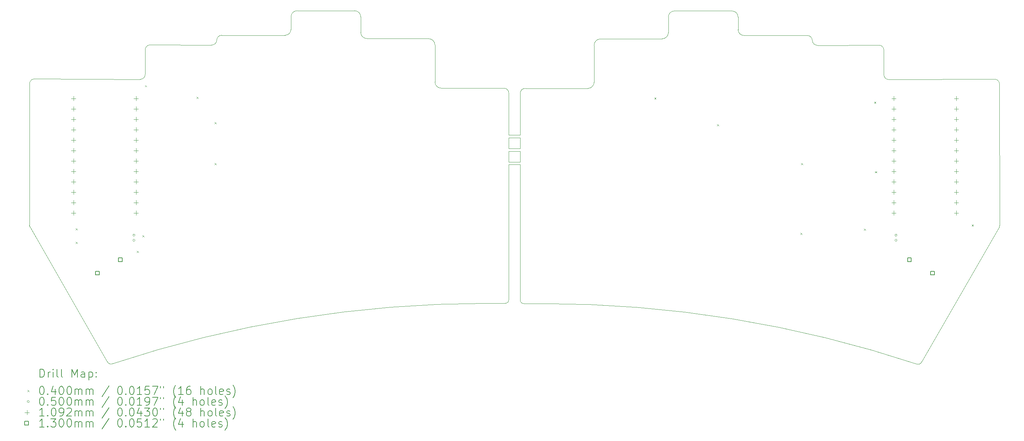
<source format=gbr>
%TF.GenerationSoftware,KiCad,Pcbnew,7.0.6*%
%TF.CreationDate,2023-08-29T21:06:05+02:00*%
%TF.ProjectId,KoalaKeeb,4b6f616c-614b-4656-9562-2e6b69636164,rev?*%
%TF.SameCoordinates,Original*%
%TF.FileFunction,Drillmap*%
%TF.FilePolarity,Positive*%
%FSLAX45Y45*%
G04 Gerber Fmt 4.5, Leading zero omitted, Abs format (unit mm)*
G04 Created by KiCad (PCBNEW 7.0.6) date 2023-08-29 21:06:05*
%MOMM*%
%LPD*%
G01*
G04 APERTURE LIST*
%ADD10C,0.100000*%
%ADD11C,0.200000*%
%ADD12C,0.040000*%
%ADD13C,0.050000*%
%ADD14C,0.109220*%
%ADD15C,0.130000*%
G04 APERTURE END LIST*
D10*
X15300000Y-9302640D02*
G75*
G03*
X6179693Y-10779079I0J-28907360D01*
G01*
X16250478Y-4055447D02*
X17780480Y-4055863D01*
X7105147Y-2994731D02*
G75*
G03*
X6984731Y-3115147I3J-120419D01*
G01*
X15850000Y-5190000D02*
X16130000Y-5190000D01*
X6864853Y-3835269D02*
X4285147Y-3824731D01*
X15850000Y-5260000D02*
X16130000Y-5260000D01*
X21440480Y-2315863D02*
X21440480Y-2625863D01*
X15850415Y-4169999D02*
X15850000Y-5190000D01*
X19890480Y-2165860D02*
G75*
G03*
X19740480Y-2315863I0J-150000D01*
G01*
X16680480Y-9308503D02*
X16210480Y-9305863D01*
X12090000Y-2160000D02*
X10690000Y-2160000D01*
X25800787Y-10784940D02*
G75*
G03*
X25916433Y-10733662I29693J89080D01*
G01*
X10393934Y-2760126D02*
X8850000Y-2760000D01*
X27815749Y-3951010D02*
X27818789Y-7405863D01*
X14050000Y-3900000D02*
X14050000Y-3000000D01*
X15850000Y-5910000D02*
X16130000Y-5910000D01*
X14050004Y-3000000D02*
G75*
G03*
X13891886Y-2841886I-158114J0D01*
G01*
X16130000Y-5910000D02*
X16130877Y-9217903D01*
X19590480Y-2845860D02*
G75*
G03*
X19740480Y-2695863I0J150000D01*
G01*
X4161690Y-7400000D02*
G75*
G03*
X4170000Y-7430000I58310J0D01*
G01*
X15850000Y-5590000D02*
X16130000Y-5590000D01*
X16130000Y-5590000D02*
X16130000Y-5850000D01*
X15730001Y-4049584D02*
X14200000Y-4050000D01*
X10690000Y-2160000D02*
G75*
G03*
X10540000Y-2310000I0J-150000D01*
G01*
X16130873Y-9217903D02*
G75*
G03*
X16210480Y-9305863I79607J-7957D01*
G01*
X21440487Y-2625863D02*
G75*
G03*
X21586546Y-2765989I146063J6063D01*
G01*
X18088593Y-2847750D02*
G75*
G03*
X17930480Y-3005863I-3J-158110D01*
G01*
X6984731Y-3115147D02*
X6985269Y-3714853D01*
X16130000Y-5260000D02*
X16130000Y-5520000D01*
X10540000Y-2310000D02*
X10540000Y-2620000D01*
X16250478Y-4055444D02*
G75*
G03*
X16130064Y-4175863I2J-120416D01*
G01*
X25115626Y-3841132D02*
X27695333Y-3830594D01*
X15850000Y-5850000D02*
X15850000Y-5590000D01*
X25916433Y-10733662D02*
X27810480Y-7435863D01*
X4285147Y-3824731D02*
G75*
G03*
X4164731Y-3945147I3J-120419D01*
G01*
X23250903Y-2885863D02*
G75*
G03*
X23375626Y-3005553I124727J5143D01*
G01*
X15770000Y-9300000D02*
G75*
G03*
X15849603Y-9212040I0J80000D01*
G01*
X15850416Y-4169999D02*
G75*
G03*
X15730001Y-4049584I-120416J-1D01*
G01*
X15300000Y-9302640D02*
X15770000Y-9300000D01*
X23375626Y-3005553D02*
X24875333Y-3000594D01*
X21440477Y-2315863D02*
G75*
G03*
X21290480Y-2165863I-149997J3D01*
G01*
X16130000Y-5850000D02*
X15850000Y-5850000D01*
X16130000Y-5520000D02*
X15850000Y-5520000D01*
X19740480Y-2695863D02*
X19740480Y-2315863D01*
X25800787Y-10784942D02*
G75*
G03*
X16680480Y-9308503I-9120307J-27430918D01*
G01*
X23250893Y-2885863D02*
G75*
G03*
X23130480Y-2765447I-120413J3D01*
G01*
X12240000Y-2690000D02*
X12240000Y-2310000D01*
X6864853Y-3835269D02*
G75*
G03*
X6985269Y-3714853I-3J120419D01*
G01*
X27815746Y-3951010D02*
G75*
G03*
X27695333Y-3830594I-120416J0D01*
G01*
X12240000Y-2310000D02*
G75*
G03*
X12090000Y-2160000I-150000J0D01*
G01*
X24995746Y-3121010D02*
G75*
G03*
X24875333Y-3000594I-120416J0D01*
G01*
X16130064Y-4175863D02*
X16130000Y-5190000D01*
X19890480Y-2165863D02*
X21290480Y-2165863D01*
X4164731Y-3945147D02*
X4161690Y-7400000D01*
X24995749Y-3121010D02*
X24995211Y-3720716D01*
X6064047Y-10727798D02*
X4170000Y-7430000D01*
X12240000Y-2690000D02*
G75*
G03*
X12390000Y-2840000I150000J0D01*
G01*
X8850000Y-2759584D02*
G75*
G03*
X8729584Y-2880000I0J-120416D01*
G01*
X14050000Y-3900000D02*
G75*
G03*
X14200000Y-4050000I150000J0D01*
G01*
X15850000Y-5520000D02*
X15850000Y-5260000D01*
X17780480Y-4055860D02*
G75*
G03*
X17930480Y-3905863I0J150000D01*
G01*
X10393934Y-2760126D02*
G75*
G03*
X10540000Y-2620000I-4J146196D01*
G01*
X18088593Y-2847749D02*
X19590480Y-2845863D01*
X8604853Y-2999690D02*
G75*
G03*
X8729584Y-2880000I-3J124840D01*
G01*
X17930480Y-3905863D02*
X17930480Y-3005863D01*
X21586546Y-2765989D02*
X23130480Y-2765863D01*
X6064047Y-10727798D02*
G75*
G03*
X6179693Y-10779078I85953J37798D01*
G01*
X27810478Y-7435862D02*
G75*
G03*
X27818789Y-7405863I-49998J30002D01*
G01*
X13891886Y-2841886D02*
X12390000Y-2840000D01*
X15849603Y-9212040D02*
X15850000Y-5910000D01*
X8604853Y-2999690D02*
X7105147Y-2994731D01*
X24995218Y-3720716D02*
G75*
G03*
X25115626Y-3841132I120412J-4D01*
G01*
D11*
D12*
X5290000Y-7470000D02*
X5330000Y-7510000D01*
X5330000Y-7470000D02*
X5290000Y-7510000D01*
X5290000Y-7800000D02*
X5330000Y-7840000D01*
X5330000Y-7800000D02*
X5290000Y-7840000D01*
X6780000Y-8020000D02*
X6820000Y-8060000D01*
X6820000Y-8020000D02*
X6780000Y-8060000D01*
X6920000Y-7640000D02*
X6960000Y-7680000D01*
X6960000Y-7640000D02*
X6920000Y-7680000D01*
X6980000Y-3980000D02*
X7020000Y-4020000D01*
X7020000Y-3980000D02*
X6980000Y-4020000D01*
X8240000Y-4260000D02*
X8280000Y-4300000D01*
X8280000Y-4260000D02*
X8240000Y-4300000D01*
X8680000Y-4880000D02*
X8720000Y-4920000D01*
X8720000Y-4880000D02*
X8680000Y-4920000D01*
X8680000Y-5880000D02*
X8720000Y-5920000D01*
X8720000Y-5880000D02*
X8680000Y-5920000D01*
X19400000Y-4280000D02*
X19440000Y-4320000D01*
X19440000Y-4280000D02*
X19400000Y-4320000D01*
X20930000Y-4930000D02*
X20970000Y-4970000D01*
X20970000Y-4930000D02*
X20930000Y-4970000D01*
X22960000Y-7580000D02*
X23000000Y-7620000D01*
X23000000Y-7580000D02*
X22960000Y-7620000D01*
X22980000Y-5880000D02*
X23020000Y-5920000D01*
X23020000Y-5880000D02*
X22980000Y-5920000D01*
X24510000Y-7480000D02*
X24550000Y-7520000D01*
X24550000Y-7480000D02*
X24510000Y-7520000D01*
X24760000Y-4380000D02*
X24800000Y-4420000D01*
X24800000Y-4380000D02*
X24760000Y-4420000D01*
X24780000Y-6080000D02*
X24820000Y-6120000D01*
X24820000Y-6080000D02*
X24780000Y-6120000D01*
X27140000Y-7380000D02*
X27180000Y-7420000D01*
X27180000Y-7380000D02*
X27140000Y-7420000D01*
D13*
X6734600Y-7637500D02*
G75*
G03*
X6734600Y-7637500I-25000J0D01*
G01*
X6734600Y-7762500D02*
G75*
G03*
X6734600Y-7762500I-25000J0D01*
G01*
X25315400Y-7637500D02*
G75*
G03*
X25315400Y-7637500I-25000J0D01*
G01*
X25315400Y-7762500D02*
G75*
G03*
X25315400Y-7762500I-25000J0D01*
G01*
D14*
X5238000Y-4248390D02*
X5238000Y-4357610D01*
X5183390Y-4303000D02*
X5292610Y-4303000D01*
X5238000Y-4502390D02*
X5238000Y-4611610D01*
X5183390Y-4557000D02*
X5292610Y-4557000D01*
X5238000Y-4756390D02*
X5238000Y-4865610D01*
X5183390Y-4811000D02*
X5292610Y-4811000D01*
X5238000Y-5010390D02*
X5238000Y-5119610D01*
X5183390Y-5065000D02*
X5292610Y-5065000D01*
X5238000Y-5264390D02*
X5238000Y-5373610D01*
X5183390Y-5319000D02*
X5292610Y-5319000D01*
X5238000Y-5518390D02*
X5238000Y-5627610D01*
X5183390Y-5573000D02*
X5292610Y-5573000D01*
X5238000Y-5772390D02*
X5238000Y-5881610D01*
X5183390Y-5827000D02*
X5292610Y-5827000D01*
X5238000Y-6026390D02*
X5238000Y-6135610D01*
X5183390Y-6081000D02*
X5292610Y-6081000D01*
X5238000Y-6280390D02*
X5238000Y-6389610D01*
X5183390Y-6335000D02*
X5292610Y-6335000D01*
X5238000Y-6534390D02*
X5238000Y-6643610D01*
X5183390Y-6589000D02*
X5292610Y-6589000D01*
X5238000Y-6788390D02*
X5238000Y-6897610D01*
X5183390Y-6843000D02*
X5292610Y-6843000D01*
X5238000Y-7042390D02*
X5238000Y-7151610D01*
X5183390Y-7097000D02*
X5292610Y-7097000D01*
X6762000Y-4248390D02*
X6762000Y-4357610D01*
X6707390Y-4303000D02*
X6816610Y-4303000D01*
X6762000Y-4502390D02*
X6762000Y-4611610D01*
X6707390Y-4557000D02*
X6816610Y-4557000D01*
X6762000Y-4756390D02*
X6762000Y-4865610D01*
X6707390Y-4811000D02*
X6816610Y-4811000D01*
X6762000Y-5010390D02*
X6762000Y-5119610D01*
X6707390Y-5065000D02*
X6816610Y-5065000D01*
X6762000Y-5264390D02*
X6762000Y-5373610D01*
X6707390Y-5319000D02*
X6816610Y-5319000D01*
X6762000Y-5518390D02*
X6762000Y-5627610D01*
X6707390Y-5573000D02*
X6816610Y-5573000D01*
X6762000Y-5772390D02*
X6762000Y-5881610D01*
X6707390Y-5827000D02*
X6816610Y-5827000D01*
X6762000Y-6026390D02*
X6762000Y-6135610D01*
X6707390Y-6081000D02*
X6816610Y-6081000D01*
X6762000Y-6280390D02*
X6762000Y-6389610D01*
X6707390Y-6335000D02*
X6816610Y-6335000D01*
X6762000Y-6534390D02*
X6762000Y-6643610D01*
X6707390Y-6589000D02*
X6816610Y-6589000D01*
X6762000Y-6788390D02*
X6762000Y-6897610D01*
X6707390Y-6843000D02*
X6816610Y-6843000D01*
X6762000Y-7042390D02*
X6762000Y-7151610D01*
X6707390Y-7097000D02*
X6816610Y-7097000D01*
X25238000Y-4248390D02*
X25238000Y-4357610D01*
X25183390Y-4303000D02*
X25292610Y-4303000D01*
X25238000Y-4502390D02*
X25238000Y-4611610D01*
X25183390Y-4557000D02*
X25292610Y-4557000D01*
X25238000Y-4756390D02*
X25238000Y-4865610D01*
X25183390Y-4811000D02*
X25292610Y-4811000D01*
X25238000Y-5010390D02*
X25238000Y-5119610D01*
X25183390Y-5065000D02*
X25292610Y-5065000D01*
X25238000Y-5264390D02*
X25238000Y-5373610D01*
X25183390Y-5319000D02*
X25292610Y-5319000D01*
X25238000Y-5518390D02*
X25238000Y-5627610D01*
X25183390Y-5573000D02*
X25292610Y-5573000D01*
X25238000Y-5772390D02*
X25238000Y-5881610D01*
X25183390Y-5827000D02*
X25292610Y-5827000D01*
X25238000Y-6026390D02*
X25238000Y-6135610D01*
X25183390Y-6081000D02*
X25292610Y-6081000D01*
X25238000Y-6280390D02*
X25238000Y-6389610D01*
X25183390Y-6335000D02*
X25292610Y-6335000D01*
X25238000Y-6534390D02*
X25238000Y-6643610D01*
X25183390Y-6589000D02*
X25292610Y-6589000D01*
X25238000Y-6788390D02*
X25238000Y-6897610D01*
X25183390Y-6843000D02*
X25292610Y-6843000D01*
X25238000Y-7042390D02*
X25238000Y-7151610D01*
X25183390Y-7097000D02*
X25292610Y-7097000D01*
X26762000Y-4248390D02*
X26762000Y-4357610D01*
X26707390Y-4303000D02*
X26816610Y-4303000D01*
X26762000Y-4502390D02*
X26762000Y-4611610D01*
X26707390Y-4557000D02*
X26816610Y-4557000D01*
X26762000Y-4756390D02*
X26762000Y-4865610D01*
X26707390Y-4811000D02*
X26816610Y-4811000D01*
X26762000Y-5010390D02*
X26762000Y-5119610D01*
X26707390Y-5065000D02*
X26816610Y-5065000D01*
X26762000Y-5264390D02*
X26762000Y-5373610D01*
X26707390Y-5319000D02*
X26816610Y-5319000D01*
X26762000Y-5518390D02*
X26762000Y-5627610D01*
X26707390Y-5573000D02*
X26816610Y-5573000D01*
X26762000Y-5772390D02*
X26762000Y-5881610D01*
X26707390Y-5827000D02*
X26816610Y-5827000D01*
X26762000Y-6026390D02*
X26762000Y-6135610D01*
X26707390Y-6081000D02*
X26816610Y-6081000D01*
X26762000Y-6280390D02*
X26762000Y-6389610D01*
X26707390Y-6335000D02*
X26816610Y-6335000D01*
X26762000Y-6534390D02*
X26762000Y-6643610D01*
X26707390Y-6589000D02*
X26816610Y-6589000D01*
X26762000Y-6788390D02*
X26762000Y-6897610D01*
X26707390Y-6843000D02*
X26816610Y-6843000D01*
X26762000Y-7042390D02*
X26762000Y-7151610D01*
X26707390Y-7097000D02*
X26816610Y-7097000D01*
D15*
X5864504Y-8608462D02*
X5864504Y-8516538D01*
X5772579Y-8516538D01*
X5772579Y-8608462D01*
X5864504Y-8608462D01*
X6427421Y-8283462D02*
X6427421Y-8191538D01*
X6335496Y-8191538D01*
X6335496Y-8283462D01*
X6427421Y-8283462D01*
X25664504Y-8283462D02*
X25664504Y-8191538D01*
X25572579Y-8191538D01*
X25572579Y-8283462D01*
X25664504Y-8283462D01*
X26227421Y-8608462D02*
X26227421Y-8516538D01*
X26135496Y-8516538D01*
X26135496Y-8608462D01*
X26227421Y-8608462D01*
D11*
X4417467Y-11106242D02*
X4417467Y-10906242D01*
X4417467Y-10906242D02*
X4465086Y-10906242D01*
X4465086Y-10906242D02*
X4493658Y-10915765D01*
X4493658Y-10915765D02*
X4512705Y-10934813D01*
X4512705Y-10934813D02*
X4522229Y-10953861D01*
X4522229Y-10953861D02*
X4531753Y-10991956D01*
X4531753Y-10991956D02*
X4531753Y-11020527D01*
X4531753Y-11020527D02*
X4522229Y-11058623D01*
X4522229Y-11058623D02*
X4512705Y-11077670D01*
X4512705Y-11077670D02*
X4493658Y-11096718D01*
X4493658Y-11096718D02*
X4465086Y-11106242D01*
X4465086Y-11106242D02*
X4417467Y-11106242D01*
X4617467Y-11106242D02*
X4617467Y-10972908D01*
X4617467Y-11011004D02*
X4626991Y-10991956D01*
X4626991Y-10991956D02*
X4636515Y-10982432D01*
X4636515Y-10982432D02*
X4655563Y-10972908D01*
X4655563Y-10972908D02*
X4674610Y-10972908D01*
X4741277Y-11106242D02*
X4741277Y-10972908D01*
X4741277Y-10906242D02*
X4731753Y-10915765D01*
X4731753Y-10915765D02*
X4741277Y-10925289D01*
X4741277Y-10925289D02*
X4750801Y-10915765D01*
X4750801Y-10915765D02*
X4741277Y-10906242D01*
X4741277Y-10906242D02*
X4741277Y-10925289D01*
X4865086Y-11106242D02*
X4846039Y-11096718D01*
X4846039Y-11096718D02*
X4836515Y-11077670D01*
X4836515Y-11077670D02*
X4836515Y-10906242D01*
X4969848Y-11106242D02*
X4950801Y-11096718D01*
X4950801Y-11096718D02*
X4941277Y-11077670D01*
X4941277Y-11077670D02*
X4941277Y-10906242D01*
X5198420Y-11106242D02*
X5198420Y-10906242D01*
X5198420Y-10906242D02*
X5265086Y-11049099D01*
X5265086Y-11049099D02*
X5331753Y-10906242D01*
X5331753Y-10906242D02*
X5331753Y-11106242D01*
X5512705Y-11106242D02*
X5512705Y-11001480D01*
X5512705Y-11001480D02*
X5503182Y-10982432D01*
X5503182Y-10982432D02*
X5484134Y-10972908D01*
X5484134Y-10972908D02*
X5446039Y-10972908D01*
X5446039Y-10972908D02*
X5426991Y-10982432D01*
X5512705Y-11096718D02*
X5493658Y-11106242D01*
X5493658Y-11106242D02*
X5446039Y-11106242D01*
X5446039Y-11106242D02*
X5426991Y-11096718D01*
X5426991Y-11096718D02*
X5417467Y-11077670D01*
X5417467Y-11077670D02*
X5417467Y-11058623D01*
X5417467Y-11058623D02*
X5426991Y-11039575D01*
X5426991Y-11039575D02*
X5446039Y-11030051D01*
X5446039Y-11030051D02*
X5493658Y-11030051D01*
X5493658Y-11030051D02*
X5512705Y-11020527D01*
X5607943Y-10972908D02*
X5607943Y-11172908D01*
X5607943Y-10982432D02*
X5626991Y-10972908D01*
X5626991Y-10972908D02*
X5665086Y-10972908D01*
X5665086Y-10972908D02*
X5684134Y-10982432D01*
X5684134Y-10982432D02*
X5693658Y-10991956D01*
X5693658Y-10991956D02*
X5703182Y-11011004D01*
X5703182Y-11011004D02*
X5703182Y-11068146D01*
X5703182Y-11068146D02*
X5693658Y-11087194D01*
X5693658Y-11087194D02*
X5684134Y-11096718D01*
X5684134Y-11096718D02*
X5665086Y-11106242D01*
X5665086Y-11106242D02*
X5626991Y-11106242D01*
X5626991Y-11106242D02*
X5607943Y-11096718D01*
X5788896Y-11087194D02*
X5798420Y-11096718D01*
X5798420Y-11096718D02*
X5788896Y-11106242D01*
X5788896Y-11106242D02*
X5779372Y-11096718D01*
X5779372Y-11096718D02*
X5788896Y-11087194D01*
X5788896Y-11087194D02*
X5788896Y-11106242D01*
X5788896Y-10982432D02*
X5798420Y-10991956D01*
X5798420Y-10991956D02*
X5788896Y-11001480D01*
X5788896Y-11001480D02*
X5779372Y-10991956D01*
X5779372Y-10991956D02*
X5788896Y-10982432D01*
X5788896Y-10982432D02*
X5788896Y-11001480D01*
D12*
X4116690Y-11414758D02*
X4156690Y-11454758D01*
X4156690Y-11414758D02*
X4116690Y-11454758D01*
D11*
X4455563Y-11326242D02*
X4474610Y-11326242D01*
X4474610Y-11326242D02*
X4493658Y-11335765D01*
X4493658Y-11335765D02*
X4503182Y-11345289D01*
X4503182Y-11345289D02*
X4512705Y-11364337D01*
X4512705Y-11364337D02*
X4522229Y-11402432D01*
X4522229Y-11402432D02*
X4522229Y-11450051D01*
X4522229Y-11450051D02*
X4512705Y-11488146D01*
X4512705Y-11488146D02*
X4503182Y-11507194D01*
X4503182Y-11507194D02*
X4493658Y-11516718D01*
X4493658Y-11516718D02*
X4474610Y-11526242D01*
X4474610Y-11526242D02*
X4455563Y-11526242D01*
X4455563Y-11526242D02*
X4436515Y-11516718D01*
X4436515Y-11516718D02*
X4426991Y-11507194D01*
X4426991Y-11507194D02*
X4417467Y-11488146D01*
X4417467Y-11488146D02*
X4407944Y-11450051D01*
X4407944Y-11450051D02*
X4407944Y-11402432D01*
X4407944Y-11402432D02*
X4417467Y-11364337D01*
X4417467Y-11364337D02*
X4426991Y-11345289D01*
X4426991Y-11345289D02*
X4436515Y-11335765D01*
X4436515Y-11335765D02*
X4455563Y-11326242D01*
X4607944Y-11507194D02*
X4617467Y-11516718D01*
X4617467Y-11516718D02*
X4607944Y-11526242D01*
X4607944Y-11526242D02*
X4598420Y-11516718D01*
X4598420Y-11516718D02*
X4607944Y-11507194D01*
X4607944Y-11507194D02*
X4607944Y-11526242D01*
X4788896Y-11392908D02*
X4788896Y-11526242D01*
X4741277Y-11316718D02*
X4693658Y-11459575D01*
X4693658Y-11459575D02*
X4817467Y-11459575D01*
X4931753Y-11326242D02*
X4950801Y-11326242D01*
X4950801Y-11326242D02*
X4969848Y-11335765D01*
X4969848Y-11335765D02*
X4979372Y-11345289D01*
X4979372Y-11345289D02*
X4988896Y-11364337D01*
X4988896Y-11364337D02*
X4998420Y-11402432D01*
X4998420Y-11402432D02*
X4998420Y-11450051D01*
X4998420Y-11450051D02*
X4988896Y-11488146D01*
X4988896Y-11488146D02*
X4979372Y-11507194D01*
X4979372Y-11507194D02*
X4969848Y-11516718D01*
X4969848Y-11516718D02*
X4950801Y-11526242D01*
X4950801Y-11526242D02*
X4931753Y-11526242D01*
X4931753Y-11526242D02*
X4912705Y-11516718D01*
X4912705Y-11516718D02*
X4903182Y-11507194D01*
X4903182Y-11507194D02*
X4893658Y-11488146D01*
X4893658Y-11488146D02*
X4884134Y-11450051D01*
X4884134Y-11450051D02*
X4884134Y-11402432D01*
X4884134Y-11402432D02*
X4893658Y-11364337D01*
X4893658Y-11364337D02*
X4903182Y-11345289D01*
X4903182Y-11345289D02*
X4912705Y-11335765D01*
X4912705Y-11335765D02*
X4931753Y-11326242D01*
X5122229Y-11326242D02*
X5141277Y-11326242D01*
X5141277Y-11326242D02*
X5160325Y-11335765D01*
X5160325Y-11335765D02*
X5169848Y-11345289D01*
X5169848Y-11345289D02*
X5179372Y-11364337D01*
X5179372Y-11364337D02*
X5188896Y-11402432D01*
X5188896Y-11402432D02*
X5188896Y-11450051D01*
X5188896Y-11450051D02*
X5179372Y-11488146D01*
X5179372Y-11488146D02*
X5169848Y-11507194D01*
X5169848Y-11507194D02*
X5160325Y-11516718D01*
X5160325Y-11516718D02*
X5141277Y-11526242D01*
X5141277Y-11526242D02*
X5122229Y-11526242D01*
X5122229Y-11526242D02*
X5103182Y-11516718D01*
X5103182Y-11516718D02*
X5093658Y-11507194D01*
X5093658Y-11507194D02*
X5084134Y-11488146D01*
X5084134Y-11488146D02*
X5074610Y-11450051D01*
X5074610Y-11450051D02*
X5074610Y-11402432D01*
X5074610Y-11402432D02*
X5084134Y-11364337D01*
X5084134Y-11364337D02*
X5093658Y-11345289D01*
X5093658Y-11345289D02*
X5103182Y-11335765D01*
X5103182Y-11335765D02*
X5122229Y-11326242D01*
X5274610Y-11526242D02*
X5274610Y-11392908D01*
X5274610Y-11411956D02*
X5284134Y-11402432D01*
X5284134Y-11402432D02*
X5303182Y-11392908D01*
X5303182Y-11392908D02*
X5331753Y-11392908D01*
X5331753Y-11392908D02*
X5350801Y-11402432D01*
X5350801Y-11402432D02*
X5360325Y-11421480D01*
X5360325Y-11421480D02*
X5360325Y-11526242D01*
X5360325Y-11421480D02*
X5369848Y-11402432D01*
X5369848Y-11402432D02*
X5388896Y-11392908D01*
X5388896Y-11392908D02*
X5417467Y-11392908D01*
X5417467Y-11392908D02*
X5436515Y-11402432D01*
X5436515Y-11402432D02*
X5446039Y-11421480D01*
X5446039Y-11421480D02*
X5446039Y-11526242D01*
X5541277Y-11526242D02*
X5541277Y-11392908D01*
X5541277Y-11411956D02*
X5550801Y-11402432D01*
X5550801Y-11402432D02*
X5569848Y-11392908D01*
X5569848Y-11392908D02*
X5598420Y-11392908D01*
X5598420Y-11392908D02*
X5617467Y-11402432D01*
X5617467Y-11402432D02*
X5626991Y-11421480D01*
X5626991Y-11421480D02*
X5626991Y-11526242D01*
X5626991Y-11421480D02*
X5636515Y-11402432D01*
X5636515Y-11402432D02*
X5655563Y-11392908D01*
X5655563Y-11392908D02*
X5684134Y-11392908D01*
X5684134Y-11392908D02*
X5703182Y-11402432D01*
X5703182Y-11402432D02*
X5712705Y-11421480D01*
X5712705Y-11421480D02*
X5712705Y-11526242D01*
X6103182Y-11316718D02*
X5931753Y-11573861D01*
X6360325Y-11326242D02*
X6379372Y-11326242D01*
X6379372Y-11326242D02*
X6398420Y-11335765D01*
X6398420Y-11335765D02*
X6407944Y-11345289D01*
X6407944Y-11345289D02*
X6417467Y-11364337D01*
X6417467Y-11364337D02*
X6426991Y-11402432D01*
X6426991Y-11402432D02*
X6426991Y-11450051D01*
X6426991Y-11450051D02*
X6417467Y-11488146D01*
X6417467Y-11488146D02*
X6407944Y-11507194D01*
X6407944Y-11507194D02*
X6398420Y-11516718D01*
X6398420Y-11516718D02*
X6379372Y-11526242D01*
X6379372Y-11526242D02*
X6360325Y-11526242D01*
X6360325Y-11526242D02*
X6341277Y-11516718D01*
X6341277Y-11516718D02*
X6331753Y-11507194D01*
X6331753Y-11507194D02*
X6322229Y-11488146D01*
X6322229Y-11488146D02*
X6312706Y-11450051D01*
X6312706Y-11450051D02*
X6312706Y-11402432D01*
X6312706Y-11402432D02*
X6322229Y-11364337D01*
X6322229Y-11364337D02*
X6331753Y-11345289D01*
X6331753Y-11345289D02*
X6341277Y-11335765D01*
X6341277Y-11335765D02*
X6360325Y-11326242D01*
X6512706Y-11507194D02*
X6522229Y-11516718D01*
X6522229Y-11516718D02*
X6512706Y-11526242D01*
X6512706Y-11526242D02*
X6503182Y-11516718D01*
X6503182Y-11516718D02*
X6512706Y-11507194D01*
X6512706Y-11507194D02*
X6512706Y-11526242D01*
X6646039Y-11326242D02*
X6665087Y-11326242D01*
X6665087Y-11326242D02*
X6684134Y-11335765D01*
X6684134Y-11335765D02*
X6693658Y-11345289D01*
X6693658Y-11345289D02*
X6703182Y-11364337D01*
X6703182Y-11364337D02*
X6712706Y-11402432D01*
X6712706Y-11402432D02*
X6712706Y-11450051D01*
X6712706Y-11450051D02*
X6703182Y-11488146D01*
X6703182Y-11488146D02*
X6693658Y-11507194D01*
X6693658Y-11507194D02*
X6684134Y-11516718D01*
X6684134Y-11516718D02*
X6665087Y-11526242D01*
X6665087Y-11526242D02*
X6646039Y-11526242D01*
X6646039Y-11526242D02*
X6626991Y-11516718D01*
X6626991Y-11516718D02*
X6617467Y-11507194D01*
X6617467Y-11507194D02*
X6607944Y-11488146D01*
X6607944Y-11488146D02*
X6598420Y-11450051D01*
X6598420Y-11450051D02*
X6598420Y-11402432D01*
X6598420Y-11402432D02*
X6607944Y-11364337D01*
X6607944Y-11364337D02*
X6617467Y-11345289D01*
X6617467Y-11345289D02*
X6626991Y-11335765D01*
X6626991Y-11335765D02*
X6646039Y-11326242D01*
X6903182Y-11526242D02*
X6788896Y-11526242D01*
X6846039Y-11526242D02*
X6846039Y-11326242D01*
X6846039Y-11326242D02*
X6826991Y-11354813D01*
X6826991Y-11354813D02*
X6807944Y-11373861D01*
X6807944Y-11373861D02*
X6788896Y-11383384D01*
X7084134Y-11326242D02*
X6988896Y-11326242D01*
X6988896Y-11326242D02*
X6979372Y-11421480D01*
X6979372Y-11421480D02*
X6988896Y-11411956D01*
X6988896Y-11411956D02*
X7007944Y-11402432D01*
X7007944Y-11402432D02*
X7055563Y-11402432D01*
X7055563Y-11402432D02*
X7074610Y-11411956D01*
X7074610Y-11411956D02*
X7084134Y-11421480D01*
X7084134Y-11421480D02*
X7093658Y-11440527D01*
X7093658Y-11440527D02*
X7093658Y-11488146D01*
X7093658Y-11488146D02*
X7084134Y-11507194D01*
X7084134Y-11507194D02*
X7074610Y-11516718D01*
X7074610Y-11516718D02*
X7055563Y-11526242D01*
X7055563Y-11526242D02*
X7007944Y-11526242D01*
X7007944Y-11526242D02*
X6988896Y-11516718D01*
X6988896Y-11516718D02*
X6979372Y-11507194D01*
X7160325Y-11326242D02*
X7293658Y-11326242D01*
X7293658Y-11326242D02*
X7207944Y-11526242D01*
X7360325Y-11326242D02*
X7360325Y-11364337D01*
X7436515Y-11326242D02*
X7436515Y-11364337D01*
X7731753Y-11602432D02*
X7722229Y-11592908D01*
X7722229Y-11592908D02*
X7703182Y-11564337D01*
X7703182Y-11564337D02*
X7693658Y-11545289D01*
X7693658Y-11545289D02*
X7684134Y-11516718D01*
X7684134Y-11516718D02*
X7674610Y-11469099D01*
X7674610Y-11469099D02*
X7674610Y-11431003D01*
X7674610Y-11431003D02*
X7684134Y-11383384D01*
X7684134Y-11383384D02*
X7693658Y-11354813D01*
X7693658Y-11354813D02*
X7703182Y-11335765D01*
X7703182Y-11335765D02*
X7722229Y-11307194D01*
X7722229Y-11307194D02*
X7731753Y-11297670D01*
X7912706Y-11526242D02*
X7798420Y-11526242D01*
X7855563Y-11526242D02*
X7855563Y-11326242D01*
X7855563Y-11326242D02*
X7836515Y-11354813D01*
X7836515Y-11354813D02*
X7817468Y-11373861D01*
X7817468Y-11373861D02*
X7798420Y-11383384D01*
X8084134Y-11326242D02*
X8046039Y-11326242D01*
X8046039Y-11326242D02*
X8026991Y-11335765D01*
X8026991Y-11335765D02*
X8017468Y-11345289D01*
X8017468Y-11345289D02*
X7998420Y-11373861D01*
X7998420Y-11373861D02*
X7988896Y-11411956D01*
X7988896Y-11411956D02*
X7988896Y-11488146D01*
X7988896Y-11488146D02*
X7998420Y-11507194D01*
X7998420Y-11507194D02*
X8007944Y-11516718D01*
X8007944Y-11516718D02*
X8026991Y-11526242D01*
X8026991Y-11526242D02*
X8065087Y-11526242D01*
X8065087Y-11526242D02*
X8084134Y-11516718D01*
X8084134Y-11516718D02*
X8093658Y-11507194D01*
X8093658Y-11507194D02*
X8103182Y-11488146D01*
X8103182Y-11488146D02*
X8103182Y-11440527D01*
X8103182Y-11440527D02*
X8093658Y-11421480D01*
X8093658Y-11421480D02*
X8084134Y-11411956D01*
X8084134Y-11411956D02*
X8065087Y-11402432D01*
X8065087Y-11402432D02*
X8026991Y-11402432D01*
X8026991Y-11402432D02*
X8007944Y-11411956D01*
X8007944Y-11411956D02*
X7998420Y-11421480D01*
X7998420Y-11421480D02*
X7988896Y-11440527D01*
X8341277Y-11526242D02*
X8341277Y-11326242D01*
X8426992Y-11526242D02*
X8426992Y-11421480D01*
X8426992Y-11421480D02*
X8417468Y-11402432D01*
X8417468Y-11402432D02*
X8398420Y-11392908D01*
X8398420Y-11392908D02*
X8369849Y-11392908D01*
X8369849Y-11392908D02*
X8350801Y-11402432D01*
X8350801Y-11402432D02*
X8341277Y-11411956D01*
X8550801Y-11526242D02*
X8531753Y-11516718D01*
X8531753Y-11516718D02*
X8522230Y-11507194D01*
X8522230Y-11507194D02*
X8512706Y-11488146D01*
X8512706Y-11488146D02*
X8512706Y-11431003D01*
X8512706Y-11431003D02*
X8522230Y-11411956D01*
X8522230Y-11411956D02*
X8531753Y-11402432D01*
X8531753Y-11402432D02*
X8550801Y-11392908D01*
X8550801Y-11392908D02*
X8579373Y-11392908D01*
X8579373Y-11392908D02*
X8598420Y-11402432D01*
X8598420Y-11402432D02*
X8607944Y-11411956D01*
X8607944Y-11411956D02*
X8617468Y-11431003D01*
X8617468Y-11431003D02*
X8617468Y-11488146D01*
X8617468Y-11488146D02*
X8607944Y-11507194D01*
X8607944Y-11507194D02*
X8598420Y-11516718D01*
X8598420Y-11516718D02*
X8579373Y-11526242D01*
X8579373Y-11526242D02*
X8550801Y-11526242D01*
X8731753Y-11526242D02*
X8712706Y-11516718D01*
X8712706Y-11516718D02*
X8703182Y-11497670D01*
X8703182Y-11497670D02*
X8703182Y-11326242D01*
X8884134Y-11516718D02*
X8865087Y-11526242D01*
X8865087Y-11526242D02*
X8826992Y-11526242D01*
X8826992Y-11526242D02*
X8807944Y-11516718D01*
X8807944Y-11516718D02*
X8798420Y-11497670D01*
X8798420Y-11497670D02*
X8798420Y-11421480D01*
X8798420Y-11421480D02*
X8807944Y-11402432D01*
X8807944Y-11402432D02*
X8826992Y-11392908D01*
X8826992Y-11392908D02*
X8865087Y-11392908D01*
X8865087Y-11392908D02*
X8884134Y-11402432D01*
X8884134Y-11402432D02*
X8893658Y-11421480D01*
X8893658Y-11421480D02*
X8893658Y-11440527D01*
X8893658Y-11440527D02*
X8798420Y-11459575D01*
X8969849Y-11516718D02*
X8988896Y-11526242D01*
X8988896Y-11526242D02*
X9026992Y-11526242D01*
X9026992Y-11526242D02*
X9046039Y-11516718D01*
X9046039Y-11516718D02*
X9055563Y-11497670D01*
X9055563Y-11497670D02*
X9055563Y-11488146D01*
X9055563Y-11488146D02*
X9046039Y-11469099D01*
X9046039Y-11469099D02*
X9026992Y-11459575D01*
X9026992Y-11459575D02*
X8998420Y-11459575D01*
X8998420Y-11459575D02*
X8979373Y-11450051D01*
X8979373Y-11450051D02*
X8969849Y-11431003D01*
X8969849Y-11431003D02*
X8969849Y-11421480D01*
X8969849Y-11421480D02*
X8979373Y-11402432D01*
X8979373Y-11402432D02*
X8998420Y-11392908D01*
X8998420Y-11392908D02*
X9026992Y-11392908D01*
X9026992Y-11392908D02*
X9046039Y-11402432D01*
X9122230Y-11602432D02*
X9131754Y-11592908D01*
X9131754Y-11592908D02*
X9150801Y-11564337D01*
X9150801Y-11564337D02*
X9160325Y-11545289D01*
X9160325Y-11545289D02*
X9169849Y-11516718D01*
X9169849Y-11516718D02*
X9179373Y-11469099D01*
X9179373Y-11469099D02*
X9179373Y-11431003D01*
X9179373Y-11431003D02*
X9169849Y-11383384D01*
X9169849Y-11383384D02*
X9160325Y-11354813D01*
X9160325Y-11354813D02*
X9150801Y-11335765D01*
X9150801Y-11335765D02*
X9131754Y-11307194D01*
X9131754Y-11307194D02*
X9122230Y-11297670D01*
D13*
X4156690Y-11698758D02*
G75*
G03*
X4156690Y-11698758I-25000J0D01*
G01*
D11*
X4455563Y-11590242D02*
X4474610Y-11590242D01*
X4474610Y-11590242D02*
X4493658Y-11599765D01*
X4493658Y-11599765D02*
X4503182Y-11609289D01*
X4503182Y-11609289D02*
X4512705Y-11628337D01*
X4512705Y-11628337D02*
X4522229Y-11666432D01*
X4522229Y-11666432D02*
X4522229Y-11714051D01*
X4522229Y-11714051D02*
X4512705Y-11752146D01*
X4512705Y-11752146D02*
X4503182Y-11771194D01*
X4503182Y-11771194D02*
X4493658Y-11780718D01*
X4493658Y-11780718D02*
X4474610Y-11790242D01*
X4474610Y-11790242D02*
X4455563Y-11790242D01*
X4455563Y-11790242D02*
X4436515Y-11780718D01*
X4436515Y-11780718D02*
X4426991Y-11771194D01*
X4426991Y-11771194D02*
X4417467Y-11752146D01*
X4417467Y-11752146D02*
X4407944Y-11714051D01*
X4407944Y-11714051D02*
X4407944Y-11666432D01*
X4407944Y-11666432D02*
X4417467Y-11628337D01*
X4417467Y-11628337D02*
X4426991Y-11609289D01*
X4426991Y-11609289D02*
X4436515Y-11599765D01*
X4436515Y-11599765D02*
X4455563Y-11590242D01*
X4607944Y-11771194D02*
X4617467Y-11780718D01*
X4617467Y-11780718D02*
X4607944Y-11790242D01*
X4607944Y-11790242D02*
X4598420Y-11780718D01*
X4598420Y-11780718D02*
X4607944Y-11771194D01*
X4607944Y-11771194D02*
X4607944Y-11790242D01*
X4798420Y-11590242D02*
X4703182Y-11590242D01*
X4703182Y-11590242D02*
X4693658Y-11685480D01*
X4693658Y-11685480D02*
X4703182Y-11675956D01*
X4703182Y-11675956D02*
X4722229Y-11666432D01*
X4722229Y-11666432D02*
X4769848Y-11666432D01*
X4769848Y-11666432D02*
X4788896Y-11675956D01*
X4788896Y-11675956D02*
X4798420Y-11685480D01*
X4798420Y-11685480D02*
X4807944Y-11704527D01*
X4807944Y-11704527D02*
X4807944Y-11752146D01*
X4807944Y-11752146D02*
X4798420Y-11771194D01*
X4798420Y-11771194D02*
X4788896Y-11780718D01*
X4788896Y-11780718D02*
X4769848Y-11790242D01*
X4769848Y-11790242D02*
X4722229Y-11790242D01*
X4722229Y-11790242D02*
X4703182Y-11780718D01*
X4703182Y-11780718D02*
X4693658Y-11771194D01*
X4931753Y-11590242D02*
X4950801Y-11590242D01*
X4950801Y-11590242D02*
X4969848Y-11599765D01*
X4969848Y-11599765D02*
X4979372Y-11609289D01*
X4979372Y-11609289D02*
X4988896Y-11628337D01*
X4988896Y-11628337D02*
X4998420Y-11666432D01*
X4998420Y-11666432D02*
X4998420Y-11714051D01*
X4998420Y-11714051D02*
X4988896Y-11752146D01*
X4988896Y-11752146D02*
X4979372Y-11771194D01*
X4979372Y-11771194D02*
X4969848Y-11780718D01*
X4969848Y-11780718D02*
X4950801Y-11790242D01*
X4950801Y-11790242D02*
X4931753Y-11790242D01*
X4931753Y-11790242D02*
X4912705Y-11780718D01*
X4912705Y-11780718D02*
X4903182Y-11771194D01*
X4903182Y-11771194D02*
X4893658Y-11752146D01*
X4893658Y-11752146D02*
X4884134Y-11714051D01*
X4884134Y-11714051D02*
X4884134Y-11666432D01*
X4884134Y-11666432D02*
X4893658Y-11628337D01*
X4893658Y-11628337D02*
X4903182Y-11609289D01*
X4903182Y-11609289D02*
X4912705Y-11599765D01*
X4912705Y-11599765D02*
X4931753Y-11590242D01*
X5122229Y-11590242D02*
X5141277Y-11590242D01*
X5141277Y-11590242D02*
X5160325Y-11599765D01*
X5160325Y-11599765D02*
X5169848Y-11609289D01*
X5169848Y-11609289D02*
X5179372Y-11628337D01*
X5179372Y-11628337D02*
X5188896Y-11666432D01*
X5188896Y-11666432D02*
X5188896Y-11714051D01*
X5188896Y-11714051D02*
X5179372Y-11752146D01*
X5179372Y-11752146D02*
X5169848Y-11771194D01*
X5169848Y-11771194D02*
X5160325Y-11780718D01*
X5160325Y-11780718D02*
X5141277Y-11790242D01*
X5141277Y-11790242D02*
X5122229Y-11790242D01*
X5122229Y-11790242D02*
X5103182Y-11780718D01*
X5103182Y-11780718D02*
X5093658Y-11771194D01*
X5093658Y-11771194D02*
X5084134Y-11752146D01*
X5084134Y-11752146D02*
X5074610Y-11714051D01*
X5074610Y-11714051D02*
X5074610Y-11666432D01*
X5074610Y-11666432D02*
X5084134Y-11628337D01*
X5084134Y-11628337D02*
X5093658Y-11609289D01*
X5093658Y-11609289D02*
X5103182Y-11599765D01*
X5103182Y-11599765D02*
X5122229Y-11590242D01*
X5274610Y-11790242D02*
X5274610Y-11656908D01*
X5274610Y-11675956D02*
X5284134Y-11666432D01*
X5284134Y-11666432D02*
X5303182Y-11656908D01*
X5303182Y-11656908D02*
X5331753Y-11656908D01*
X5331753Y-11656908D02*
X5350801Y-11666432D01*
X5350801Y-11666432D02*
X5360325Y-11685480D01*
X5360325Y-11685480D02*
X5360325Y-11790242D01*
X5360325Y-11685480D02*
X5369848Y-11666432D01*
X5369848Y-11666432D02*
X5388896Y-11656908D01*
X5388896Y-11656908D02*
X5417467Y-11656908D01*
X5417467Y-11656908D02*
X5436515Y-11666432D01*
X5436515Y-11666432D02*
X5446039Y-11685480D01*
X5446039Y-11685480D02*
X5446039Y-11790242D01*
X5541277Y-11790242D02*
X5541277Y-11656908D01*
X5541277Y-11675956D02*
X5550801Y-11666432D01*
X5550801Y-11666432D02*
X5569848Y-11656908D01*
X5569848Y-11656908D02*
X5598420Y-11656908D01*
X5598420Y-11656908D02*
X5617467Y-11666432D01*
X5617467Y-11666432D02*
X5626991Y-11685480D01*
X5626991Y-11685480D02*
X5626991Y-11790242D01*
X5626991Y-11685480D02*
X5636515Y-11666432D01*
X5636515Y-11666432D02*
X5655563Y-11656908D01*
X5655563Y-11656908D02*
X5684134Y-11656908D01*
X5684134Y-11656908D02*
X5703182Y-11666432D01*
X5703182Y-11666432D02*
X5712705Y-11685480D01*
X5712705Y-11685480D02*
X5712705Y-11790242D01*
X6103182Y-11580718D02*
X5931753Y-11837861D01*
X6360325Y-11590242D02*
X6379372Y-11590242D01*
X6379372Y-11590242D02*
X6398420Y-11599765D01*
X6398420Y-11599765D02*
X6407944Y-11609289D01*
X6407944Y-11609289D02*
X6417467Y-11628337D01*
X6417467Y-11628337D02*
X6426991Y-11666432D01*
X6426991Y-11666432D02*
X6426991Y-11714051D01*
X6426991Y-11714051D02*
X6417467Y-11752146D01*
X6417467Y-11752146D02*
X6407944Y-11771194D01*
X6407944Y-11771194D02*
X6398420Y-11780718D01*
X6398420Y-11780718D02*
X6379372Y-11790242D01*
X6379372Y-11790242D02*
X6360325Y-11790242D01*
X6360325Y-11790242D02*
X6341277Y-11780718D01*
X6341277Y-11780718D02*
X6331753Y-11771194D01*
X6331753Y-11771194D02*
X6322229Y-11752146D01*
X6322229Y-11752146D02*
X6312706Y-11714051D01*
X6312706Y-11714051D02*
X6312706Y-11666432D01*
X6312706Y-11666432D02*
X6322229Y-11628337D01*
X6322229Y-11628337D02*
X6331753Y-11609289D01*
X6331753Y-11609289D02*
X6341277Y-11599765D01*
X6341277Y-11599765D02*
X6360325Y-11590242D01*
X6512706Y-11771194D02*
X6522229Y-11780718D01*
X6522229Y-11780718D02*
X6512706Y-11790242D01*
X6512706Y-11790242D02*
X6503182Y-11780718D01*
X6503182Y-11780718D02*
X6512706Y-11771194D01*
X6512706Y-11771194D02*
X6512706Y-11790242D01*
X6646039Y-11590242D02*
X6665087Y-11590242D01*
X6665087Y-11590242D02*
X6684134Y-11599765D01*
X6684134Y-11599765D02*
X6693658Y-11609289D01*
X6693658Y-11609289D02*
X6703182Y-11628337D01*
X6703182Y-11628337D02*
X6712706Y-11666432D01*
X6712706Y-11666432D02*
X6712706Y-11714051D01*
X6712706Y-11714051D02*
X6703182Y-11752146D01*
X6703182Y-11752146D02*
X6693658Y-11771194D01*
X6693658Y-11771194D02*
X6684134Y-11780718D01*
X6684134Y-11780718D02*
X6665087Y-11790242D01*
X6665087Y-11790242D02*
X6646039Y-11790242D01*
X6646039Y-11790242D02*
X6626991Y-11780718D01*
X6626991Y-11780718D02*
X6617467Y-11771194D01*
X6617467Y-11771194D02*
X6607944Y-11752146D01*
X6607944Y-11752146D02*
X6598420Y-11714051D01*
X6598420Y-11714051D02*
X6598420Y-11666432D01*
X6598420Y-11666432D02*
X6607944Y-11628337D01*
X6607944Y-11628337D02*
X6617467Y-11609289D01*
X6617467Y-11609289D02*
X6626991Y-11599765D01*
X6626991Y-11599765D02*
X6646039Y-11590242D01*
X6903182Y-11790242D02*
X6788896Y-11790242D01*
X6846039Y-11790242D02*
X6846039Y-11590242D01*
X6846039Y-11590242D02*
X6826991Y-11618813D01*
X6826991Y-11618813D02*
X6807944Y-11637861D01*
X6807944Y-11637861D02*
X6788896Y-11647384D01*
X6998420Y-11790242D02*
X7036515Y-11790242D01*
X7036515Y-11790242D02*
X7055563Y-11780718D01*
X7055563Y-11780718D02*
X7065087Y-11771194D01*
X7065087Y-11771194D02*
X7084134Y-11742622D01*
X7084134Y-11742622D02*
X7093658Y-11704527D01*
X7093658Y-11704527D02*
X7093658Y-11628337D01*
X7093658Y-11628337D02*
X7084134Y-11609289D01*
X7084134Y-11609289D02*
X7074610Y-11599765D01*
X7074610Y-11599765D02*
X7055563Y-11590242D01*
X7055563Y-11590242D02*
X7017467Y-11590242D01*
X7017467Y-11590242D02*
X6998420Y-11599765D01*
X6998420Y-11599765D02*
X6988896Y-11609289D01*
X6988896Y-11609289D02*
X6979372Y-11628337D01*
X6979372Y-11628337D02*
X6979372Y-11675956D01*
X6979372Y-11675956D02*
X6988896Y-11695003D01*
X6988896Y-11695003D02*
X6998420Y-11704527D01*
X6998420Y-11704527D02*
X7017467Y-11714051D01*
X7017467Y-11714051D02*
X7055563Y-11714051D01*
X7055563Y-11714051D02*
X7074610Y-11704527D01*
X7074610Y-11704527D02*
X7084134Y-11695003D01*
X7084134Y-11695003D02*
X7093658Y-11675956D01*
X7160325Y-11590242D02*
X7293658Y-11590242D01*
X7293658Y-11590242D02*
X7207944Y-11790242D01*
X7360325Y-11590242D02*
X7360325Y-11628337D01*
X7436515Y-11590242D02*
X7436515Y-11628337D01*
X7731753Y-11866432D02*
X7722229Y-11856908D01*
X7722229Y-11856908D02*
X7703182Y-11828337D01*
X7703182Y-11828337D02*
X7693658Y-11809289D01*
X7693658Y-11809289D02*
X7684134Y-11780718D01*
X7684134Y-11780718D02*
X7674610Y-11733099D01*
X7674610Y-11733099D02*
X7674610Y-11695003D01*
X7674610Y-11695003D02*
X7684134Y-11647384D01*
X7684134Y-11647384D02*
X7693658Y-11618813D01*
X7693658Y-11618813D02*
X7703182Y-11599765D01*
X7703182Y-11599765D02*
X7722229Y-11571194D01*
X7722229Y-11571194D02*
X7731753Y-11561670D01*
X7893658Y-11656908D02*
X7893658Y-11790242D01*
X7846039Y-11580718D02*
X7798420Y-11723575D01*
X7798420Y-11723575D02*
X7922229Y-11723575D01*
X8150801Y-11790242D02*
X8150801Y-11590242D01*
X8236515Y-11790242D02*
X8236515Y-11685480D01*
X8236515Y-11685480D02*
X8226991Y-11666432D01*
X8226991Y-11666432D02*
X8207944Y-11656908D01*
X8207944Y-11656908D02*
X8179372Y-11656908D01*
X8179372Y-11656908D02*
X8160325Y-11666432D01*
X8160325Y-11666432D02*
X8150801Y-11675956D01*
X8360325Y-11790242D02*
X8341277Y-11780718D01*
X8341277Y-11780718D02*
X8331753Y-11771194D01*
X8331753Y-11771194D02*
X8322230Y-11752146D01*
X8322230Y-11752146D02*
X8322230Y-11695003D01*
X8322230Y-11695003D02*
X8331753Y-11675956D01*
X8331753Y-11675956D02*
X8341277Y-11666432D01*
X8341277Y-11666432D02*
X8360325Y-11656908D01*
X8360325Y-11656908D02*
X8388896Y-11656908D01*
X8388896Y-11656908D02*
X8407944Y-11666432D01*
X8407944Y-11666432D02*
X8417468Y-11675956D01*
X8417468Y-11675956D02*
X8426992Y-11695003D01*
X8426992Y-11695003D02*
X8426992Y-11752146D01*
X8426992Y-11752146D02*
X8417468Y-11771194D01*
X8417468Y-11771194D02*
X8407944Y-11780718D01*
X8407944Y-11780718D02*
X8388896Y-11790242D01*
X8388896Y-11790242D02*
X8360325Y-11790242D01*
X8541277Y-11790242D02*
X8522230Y-11780718D01*
X8522230Y-11780718D02*
X8512706Y-11761670D01*
X8512706Y-11761670D02*
X8512706Y-11590242D01*
X8693658Y-11780718D02*
X8674611Y-11790242D01*
X8674611Y-11790242D02*
X8636515Y-11790242D01*
X8636515Y-11790242D02*
X8617468Y-11780718D01*
X8617468Y-11780718D02*
X8607944Y-11761670D01*
X8607944Y-11761670D02*
X8607944Y-11685480D01*
X8607944Y-11685480D02*
X8617468Y-11666432D01*
X8617468Y-11666432D02*
X8636515Y-11656908D01*
X8636515Y-11656908D02*
X8674611Y-11656908D01*
X8674611Y-11656908D02*
X8693658Y-11666432D01*
X8693658Y-11666432D02*
X8703182Y-11685480D01*
X8703182Y-11685480D02*
X8703182Y-11704527D01*
X8703182Y-11704527D02*
X8607944Y-11723575D01*
X8779373Y-11780718D02*
X8798420Y-11790242D01*
X8798420Y-11790242D02*
X8836515Y-11790242D01*
X8836515Y-11790242D02*
X8855563Y-11780718D01*
X8855563Y-11780718D02*
X8865087Y-11761670D01*
X8865087Y-11761670D02*
X8865087Y-11752146D01*
X8865087Y-11752146D02*
X8855563Y-11733099D01*
X8855563Y-11733099D02*
X8836515Y-11723575D01*
X8836515Y-11723575D02*
X8807944Y-11723575D01*
X8807944Y-11723575D02*
X8788896Y-11714051D01*
X8788896Y-11714051D02*
X8779373Y-11695003D01*
X8779373Y-11695003D02*
X8779373Y-11685480D01*
X8779373Y-11685480D02*
X8788896Y-11666432D01*
X8788896Y-11666432D02*
X8807944Y-11656908D01*
X8807944Y-11656908D02*
X8836515Y-11656908D01*
X8836515Y-11656908D02*
X8855563Y-11666432D01*
X8931754Y-11866432D02*
X8941277Y-11856908D01*
X8941277Y-11856908D02*
X8960325Y-11828337D01*
X8960325Y-11828337D02*
X8969849Y-11809289D01*
X8969849Y-11809289D02*
X8979373Y-11780718D01*
X8979373Y-11780718D02*
X8988896Y-11733099D01*
X8988896Y-11733099D02*
X8988896Y-11695003D01*
X8988896Y-11695003D02*
X8979373Y-11647384D01*
X8979373Y-11647384D02*
X8969849Y-11618813D01*
X8969849Y-11618813D02*
X8960325Y-11599765D01*
X8960325Y-11599765D02*
X8941277Y-11571194D01*
X8941277Y-11571194D02*
X8931754Y-11561670D01*
D14*
X4102080Y-11908148D02*
X4102080Y-12017368D01*
X4047470Y-11962758D02*
X4156690Y-11962758D01*
D11*
X4522229Y-12054242D02*
X4407944Y-12054242D01*
X4465086Y-12054242D02*
X4465086Y-11854242D01*
X4465086Y-11854242D02*
X4446039Y-11882813D01*
X4446039Y-11882813D02*
X4426991Y-11901861D01*
X4426991Y-11901861D02*
X4407944Y-11911384D01*
X4607944Y-12035194D02*
X4617467Y-12044718D01*
X4617467Y-12044718D02*
X4607944Y-12054242D01*
X4607944Y-12054242D02*
X4598420Y-12044718D01*
X4598420Y-12044718D02*
X4607944Y-12035194D01*
X4607944Y-12035194D02*
X4607944Y-12054242D01*
X4741277Y-11854242D02*
X4760325Y-11854242D01*
X4760325Y-11854242D02*
X4779372Y-11863765D01*
X4779372Y-11863765D02*
X4788896Y-11873289D01*
X4788896Y-11873289D02*
X4798420Y-11892337D01*
X4798420Y-11892337D02*
X4807944Y-11930432D01*
X4807944Y-11930432D02*
X4807944Y-11978051D01*
X4807944Y-11978051D02*
X4798420Y-12016146D01*
X4798420Y-12016146D02*
X4788896Y-12035194D01*
X4788896Y-12035194D02*
X4779372Y-12044718D01*
X4779372Y-12044718D02*
X4760325Y-12054242D01*
X4760325Y-12054242D02*
X4741277Y-12054242D01*
X4741277Y-12054242D02*
X4722229Y-12044718D01*
X4722229Y-12044718D02*
X4712705Y-12035194D01*
X4712705Y-12035194D02*
X4703182Y-12016146D01*
X4703182Y-12016146D02*
X4693658Y-11978051D01*
X4693658Y-11978051D02*
X4693658Y-11930432D01*
X4693658Y-11930432D02*
X4703182Y-11892337D01*
X4703182Y-11892337D02*
X4712705Y-11873289D01*
X4712705Y-11873289D02*
X4722229Y-11863765D01*
X4722229Y-11863765D02*
X4741277Y-11854242D01*
X4903182Y-12054242D02*
X4941277Y-12054242D01*
X4941277Y-12054242D02*
X4960325Y-12044718D01*
X4960325Y-12044718D02*
X4969848Y-12035194D01*
X4969848Y-12035194D02*
X4988896Y-12006622D01*
X4988896Y-12006622D02*
X4998420Y-11968527D01*
X4998420Y-11968527D02*
X4998420Y-11892337D01*
X4998420Y-11892337D02*
X4988896Y-11873289D01*
X4988896Y-11873289D02*
X4979372Y-11863765D01*
X4979372Y-11863765D02*
X4960325Y-11854242D01*
X4960325Y-11854242D02*
X4922229Y-11854242D01*
X4922229Y-11854242D02*
X4903182Y-11863765D01*
X4903182Y-11863765D02*
X4893658Y-11873289D01*
X4893658Y-11873289D02*
X4884134Y-11892337D01*
X4884134Y-11892337D02*
X4884134Y-11939956D01*
X4884134Y-11939956D02*
X4893658Y-11959003D01*
X4893658Y-11959003D02*
X4903182Y-11968527D01*
X4903182Y-11968527D02*
X4922229Y-11978051D01*
X4922229Y-11978051D02*
X4960325Y-11978051D01*
X4960325Y-11978051D02*
X4979372Y-11968527D01*
X4979372Y-11968527D02*
X4988896Y-11959003D01*
X4988896Y-11959003D02*
X4998420Y-11939956D01*
X5074610Y-11873289D02*
X5084134Y-11863765D01*
X5084134Y-11863765D02*
X5103182Y-11854242D01*
X5103182Y-11854242D02*
X5150801Y-11854242D01*
X5150801Y-11854242D02*
X5169848Y-11863765D01*
X5169848Y-11863765D02*
X5179372Y-11873289D01*
X5179372Y-11873289D02*
X5188896Y-11892337D01*
X5188896Y-11892337D02*
X5188896Y-11911384D01*
X5188896Y-11911384D02*
X5179372Y-11939956D01*
X5179372Y-11939956D02*
X5065086Y-12054242D01*
X5065086Y-12054242D02*
X5188896Y-12054242D01*
X5274610Y-12054242D02*
X5274610Y-11920908D01*
X5274610Y-11939956D02*
X5284134Y-11930432D01*
X5284134Y-11930432D02*
X5303182Y-11920908D01*
X5303182Y-11920908D02*
X5331753Y-11920908D01*
X5331753Y-11920908D02*
X5350801Y-11930432D01*
X5350801Y-11930432D02*
X5360325Y-11949480D01*
X5360325Y-11949480D02*
X5360325Y-12054242D01*
X5360325Y-11949480D02*
X5369848Y-11930432D01*
X5369848Y-11930432D02*
X5388896Y-11920908D01*
X5388896Y-11920908D02*
X5417467Y-11920908D01*
X5417467Y-11920908D02*
X5436515Y-11930432D01*
X5436515Y-11930432D02*
X5446039Y-11949480D01*
X5446039Y-11949480D02*
X5446039Y-12054242D01*
X5541277Y-12054242D02*
X5541277Y-11920908D01*
X5541277Y-11939956D02*
X5550801Y-11930432D01*
X5550801Y-11930432D02*
X5569848Y-11920908D01*
X5569848Y-11920908D02*
X5598420Y-11920908D01*
X5598420Y-11920908D02*
X5617467Y-11930432D01*
X5617467Y-11930432D02*
X5626991Y-11949480D01*
X5626991Y-11949480D02*
X5626991Y-12054242D01*
X5626991Y-11949480D02*
X5636515Y-11930432D01*
X5636515Y-11930432D02*
X5655563Y-11920908D01*
X5655563Y-11920908D02*
X5684134Y-11920908D01*
X5684134Y-11920908D02*
X5703182Y-11930432D01*
X5703182Y-11930432D02*
X5712705Y-11949480D01*
X5712705Y-11949480D02*
X5712705Y-12054242D01*
X6103182Y-11844718D02*
X5931753Y-12101861D01*
X6360325Y-11854242D02*
X6379372Y-11854242D01*
X6379372Y-11854242D02*
X6398420Y-11863765D01*
X6398420Y-11863765D02*
X6407944Y-11873289D01*
X6407944Y-11873289D02*
X6417467Y-11892337D01*
X6417467Y-11892337D02*
X6426991Y-11930432D01*
X6426991Y-11930432D02*
X6426991Y-11978051D01*
X6426991Y-11978051D02*
X6417467Y-12016146D01*
X6417467Y-12016146D02*
X6407944Y-12035194D01*
X6407944Y-12035194D02*
X6398420Y-12044718D01*
X6398420Y-12044718D02*
X6379372Y-12054242D01*
X6379372Y-12054242D02*
X6360325Y-12054242D01*
X6360325Y-12054242D02*
X6341277Y-12044718D01*
X6341277Y-12044718D02*
X6331753Y-12035194D01*
X6331753Y-12035194D02*
X6322229Y-12016146D01*
X6322229Y-12016146D02*
X6312706Y-11978051D01*
X6312706Y-11978051D02*
X6312706Y-11930432D01*
X6312706Y-11930432D02*
X6322229Y-11892337D01*
X6322229Y-11892337D02*
X6331753Y-11873289D01*
X6331753Y-11873289D02*
X6341277Y-11863765D01*
X6341277Y-11863765D02*
X6360325Y-11854242D01*
X6512706Y-12035194D02*
X6522229Y-12044718D01*
X6522229Y-12044718D02*
X6512706Y-12054242D01*
X6512706Y-12054242D02*
X6503182Y-12044718D01*
X6503182Y-12044718D02*
X6512706Y-12035194D01*
X6512706Y-12035194D02*
X6512706Y-12054242D01*
X6646039Y-11854242D02*
X6665087Y-11854242D01*
X6665087Y-11854242D02*
X6684134Y-11863765D01*
X6684134Y-11863765D02*
X6693658Y-11873289D01*
X6693658Y-11873289D02*
X6703182Y-11892337D01*
X6703182Y-11892337D02*
X6712706Y-11930432D01*
X6712706Y-11930432D02*
X6712706Y-11978051D01*
X6712706Y-11978051D02*
X6703182Y-12016146D01*
X6703182Y-12016146D02*
X6693658Y-12035194D01*
X6693658Y-12035194D02*
X6684134Y-12044718D01*
X6684134Y-12044718D02*
X6665087Y-12054242D01*
X6665087Y-12054242D02*
X6646039Y-12054242D01*
X6646039Y-12054242D02*
X6626991Y-12044718D01*
X6626991Y-12044718D02*
X6617467Y-12035194D01*
X6617467Y-12035194D02*
X6607944Y-12016146D01*
X6607944Y-12016146D02*
X6598420Y-11978051D01*
X6598420Y-11978051D02*
X6598420Y-11930432D01*
X6598420Y-11930432D02*
X6607944Y-11892337D01*
X6607944Y-11892337D02*
X6617467Y-11873289D01*
X6617467Y-11873289D02*
X6626991Y-11863765D01*
X6626991Y-11863765D02*
X6646039Y-11854242D01*
X6884134Y-11920908D02*
X6884134Y-12054242D01*
X6836515Y-11844718D02*
X6788896Y-11987575D01*
X6788896Y-11987575D02*
X6912706Y-11987575D01*
X6969848Y-11854242D02*
X7093658Y-11854242D01*
X7093658Y-11854242D02*
X7026991Y-11930432D01*
X7026991Y-11930432D02*
X7055563Y-11930432D01*
X7055563Y-11930432D02*
X7074610Y-11939956D01*
X7074610Y-11939956D02*
X7084134Y-11949480D01*
X7084134Y-11949480D02*
X7093658Y-11968527D01*
X7093658Y-11968527D02*
X7093658Y-12016146D01*
X7093658Y-12016146D02*
X7084134Y-12035194D01*
X7084134Y-12035194D02*
X7074610Y-12044718D01*
X7074610Y-12044718D02*
X7055563Y-12054242D01*
X7055563Y-12054242D02*
X6998420Y-12054242D01*
X6998420Y-12054242D02*
X6979372Y-12044718D01*
X6979372Y-12044718D02*
X6969848Y-12035194D01*
X7217467Y-11854242D02*
X7236515Y-11854242D01*
X7236515Y-11854242D02*
X7255563Y-11863765D01*
X7255563Y-11863765D02*
X7265087Y-11873289D01*
X7265087Y-11873289D02*
X7274610Y-11892337D01*
X7274610Y-11892337D02*
X7284134Y-11930432D01*
X7284134Y-11930432D02*
X7284134Y-11978051D01*
X7284134Y-11978051D02*
X7274610Y-12016146D01*
X7274610Y-12016146D02*
X7265087Y-12035194D01*
X7265087Y-12035194D02*
X7255563Y-12044718D01*
X7255563Y-12044718D02*
X7236515Y-12054242D01*
X7236515Y-12054242D02*
X7217467Y-12054242D01*
X7217467Y-12054242D02*
X7198420Y-12044718D01*
X7198420Y-12044718D02*
X7188896Y-12035194D01*
X7188896Y-12035194D02*
X7179372Y-12016146D01*
X7179372Y-12016146D02*
X7169848Y-11978051D01*
X7169848Y-11978051D02*
X7169848Y-11930432D01*
X7169848Y-11930432D02*
X7179372Y-11892337D01*
X7179372Y-11892337D02*
X7188896Y-11873289D01*
X7188896Y-11873289D02*
X7198420Y-11863765D01*
X7198420Y-11863765D02*
X7217467Y-11854242D01*
X7360325Y-11854242D02*
X7360325Y-11892337D01*
X7436515Y-11854242D02*
X7436515Y-11892337D01*
X7731753Y-12130432D02*
X7722229Y-12120908D01*
X7722229Y-12120908D02*
X7703182Y-12092337D01*
X7703182Y-12092337D02*
X7693658Y-12073289D01*
X7693658Y-12073289D02*
X7684134Y-12044718D01*
X7684134Y-12044718D02*
X7674610Y-11997099D01*
X7674610Y-11997099D02*
X7674610Y-11959003D01*
X7674610Y-11959003D02*
X7684134Y-11911384D01*
X7684134Y-11911384D02*
X7693658Y-11882813D01*
X7693658Y-11882813D02*
X7703182Y-11863765D01*
X7703182Y-11863765D02*
X7722229Y-11835194D01*
X7722229Y-11835194D02*
X7731753Y-11825670D01*
X7893658Y-11920908D02*
X7893658Y-12054242D01*
X7846039Y-11844718D02*
X7798420Y-11987575D01*
X7798420Y-11987575D02*
X7922229Y-11987575D01*
X8026991Y-11939956D02*
X8007944Y-11930432D01*
X8007944Y-11930432D02*
X7998420Y-11920908D01*
X7998420Y-11920908D02*
X7988896Y-11901861D01*
X7988896Y-11901861D02*
X7988896Y-11892337D01*
X7988896Y-11892337D02*
X7998420Y-11873289D01*
X7998420Y-11873289D02*
X8007944Y-11863765D01*
X8007944Y-11863765D02*
X8026991Y-11854242D01*
X8026991Y-11854242D02*
X8065087Y-11854242D01*
X8065087Y-11854242D02*
X8084134Y-11863765D01*
X8084134Y-11863765D02*
X8093658Y-11873289D01*
X8093658Y-11873289D02*
X8103182Y-11892337D01*
X8103182Y-11892337D02*
X8103182Y-11901861D01*
X8103182Y-11901861D02*
X8093658Y-11920908D01*
X8093658Y-11920908D02*
X8084134Y-11930432D01*
X8084134Y-11930432D02*
X8065087Y-11939956D01*
X8065087Y-11939956D02*
X8026991Y-11939956D01*
X8026991Y-11939956D02*
X8007944Y-11949480D01*
X8007944Y-11949480D02*
X7998420Y-11959003D01*
X7998420Y-11959003D02*
X7988896Y-11978051D01*
X7988896Y-11978051D02*
X7988896Y-12016146D01*
X7988896Y-12016146D02*
X7998420Y-12035194D01*
X7998420Y-12035194D02*
X8007944Y-12044718D01*
X8007944Y-12044718D02*
X8026991Y-12054242D01*
X8026991Y-12054242D02*
X8065087Y-12054242D01*
X8065087Y-12054242D02*
X8084134Y-12044718D01*
X8084134Y-12044718D02*
X8093658Y-12035194D01*
X8093658Y-12035194D02*
X8103182Y-12016146D01*
X8103182Y-12016146D02*
X8103182Y-11978051D01*
X8103182Y-11978051D02*
X8093658Y-11959003D01*
X8093658Y-11959003D02*
X8084134Y-11949480D01*
X8084134Y-11949480D02*
X8065087Y-11939956D01*
X8341277Y-12054242D02*
X8341277Y-11854242D01*
X8426992Y-12054242D02*
X8426992Y-11949480D01*
X8426992Y-11949480D02*
X8417468Y-11930432D01*
X8417468Y-11930432D02*
X8398420Y-11920908D01*
X8398420Y-11920908D02*
X8369849Y-11920908D01*
X8369849Y-11920908D02*
X8350801Y-11930432D01*
X8350801Y-11930432D02*
X8341277Y-11939956D01*
X8550801Y-12054242D02*
X8531753Y-12044718D01*
X8531753Y-12044718D02*
X8522230Y-12035194D01*
X8522230Y-12035194D02*
X8512706Y-12016146D01*
X8512706Y-12016146D02*
X8512706Y-11959003D01*
X8512706Y-11959003D02*
X8522230Y-11939956D01*
X8522230Y-11939956D02*
X8531753Y-11930432D01*
X8531753Y-11930432D02*
X8550801Y-11920908D01*
X8550801Y-11920908D02*
X8579373Y-11920908D01*
X8579373Y-11920908D02*
X8598420Y-11930432D01*
X8598420Y-11930432D02*
X8607944Y-11939956D01*
X8607944Y-11939956D02*
X8617468Y-11959003D01*
X8617468Y-11959003D02*
X8617468Y-12016146D01*
X8617468Y-12016146D02*
X8607944Y-12035194D01*
X8607944Y-12035194D02*
X8598420Y-12044718D01*
X8598420Y-12044718D02*
X8579373Y-12054242D01*
X8579373Y-12054242D02*
X8550801Y-12054242D01*
X8731753Y-12054242D02*
X8712706Y-12044718D01*
X8712706Y-12044718D02*
X8703182Y-12025670D01*
X8703182Y-12025670D02*
X8703182Y-11854242D01*
X8884134Y-12044718D02*
X8865087Y-12054242D01*
X8865087Y-12054242D02*
X8826992Y-12054242D01*
X8826992Y-12054242D02*
X8807944Y-12044718D01*
X8807944Y-12044718D02*
X8798420Y-12025670D01*
X8798420Y-12025670D02*
X8798420Y-11949480D01*
X8798420Y-11949480D02*
X8807944Y-11930432D01*
X8807944Y-11930432D02*
X8826992Y-11920908D01*
X8826992Y-11920908D02*
X8865087Y-11920908D01*
X8865087Y-11920908D02*
X8884134Y-11930432D01*
X8884134Y-11930432D02*
X8893658Y-11949480D01*
X8893658Y-11949480D02*
X8893658Y-11968527D01*
X8893658Y-11968527D02*
X8798420Y-11987575D01*
X8969849Y-12044718D02*
X8988896Y-12054242D01*
X8988896Y-12054242D02*
X9026992Y-12054242D01*
X9026992Y-12054242D02*
X9046039Y-12044718D01*
X9046039Y-12044718D02*
X9055563Y-12025670D01*
X9055563Y-12025670D02*
X9055563Y-12016146D01*
X9055563Y-12016146D02*
X9046039Y-11997099D01*
X9046039Y-11997099D02*
X9026992Y-11987575D01*
X9026992Y-11987575D02*
X8998420Y-11987575D01*
X8998420Y-11987575D02*
X8979373Y-11978051D01*
X8979373Y-11978051D02*
X8969849Y-11959003D01*
X8969849Y-11959003D02*
X8969849Y-11949480D01*
X8969849Y-11949480D02*
X8979373Y-11930432D01*
X8979373Y-11930432D02*
X8998420Y-11920908D01*
X8998420Y-11920908D02*
X9026992Y-11920908D01*
X9026992Y-11920908D02*
X9046039Y-11930432D01*
X9122230Y-12130432D02*
X9131754Y-12120908D01*
X9131754Y-12120908D02*
X9150801Y-12092337D01*
X9150801Y-12092337D02*
X9160325Y-12073289D01*
X9160325Y-12073289D02*
X9169849Y-12044718D01*
X9169849Y-12044718D02*
X9179373Y-11997099D01*
X9179373Y-11997099D02*
X9179373Y-11959003D01*
X9179373Y-11959003D02*
X9169849Y-11911384D01*
X9169849Y-11911384D02*
X9160325Y-11882813D01*
X9160325Y-11882813D02*
X9150801Y-11863765D01*
X9150801Y-11863765D02*
X9131754Y-11835194D01*
X9131754Y-11835194D02*
X9122230Y-11825670D01*
D15*
X4137653Y-12272720D02*
X4137653Y-12180795D01*
X4045728Y-12180795D01*
X4045728Y-12272720D01*
X4137653Y-12272720D01*
D11*
X4522229Y-12318242D02*
X4407944Y-12318242D01*
X4465086Y-12318242D02*
X4465086Y-12118242D01*
X4465086Y-12118242D02*
X4446039Y-12146813D01*
X4446039Y-12146813D02*
X4426991Y-12165861D01*
X4426991Y-12165861D02*
X4407944Y-12175384D01*
X4607944Y-12299194D02*
X4617467Y-12308718D01*
X4617467Y-12308718D02*
X4607944Y-12318242D01*
X4607944Y-12318242D02*
X4598420Y-12308718D01*
X4598420Y-12308718D02*
X4607944Y-12299194D01*
X4607944Y-12299194D02*
X4607944Y-12318242D01*
X4684134Y-12118242D02*
X4807944Y-12118242D01*
X4807944Y-12118242D02*
X4741277Y-12194432D01*
X4741277Y-12194432D02*
X4769848Y-12194432D01*
X4769848Y-12194432D02*
X4788896Y-12203956D01*
X4788896Y-12203956D02*
X4798420Y-12213480D01*
X4798420Y-12213480D02*
X4807944Y-12232527D01*
X4807944Y-12232527D02*
X4807944Y-12280146D01*
X4807944Y-12280146D02*
X4798420Y-12299194D01*
X4798420Y-12299194D02*
X4788896Y-12308718D01*
X4788896Y-12308718D02*
X4769848Y-12318242D01*
X4769848Y-12318242D02*
X4712705Y-12318242D01*
X4712705Y-12318242D02*
X4693658Y-12308718D01*
X4693658Y-12308718D02*
X4684134Y-12299194D01*
X4931753Y-12118242D02*
X4950801Y-12118242D01*
X4950801Y-12118242D02*
X4969848Y-12127765D01*
X4969848Y-12127765D02*
X4979372Y-12137289D01*
X4979372Y-12137289D02*
X4988896Y-12156337D01*
X4988896Y-12156337D02*
X4998420Y-12194432D01*
X4998420Y-12194432D02*
X4998420Y-12242051D01*
X4998420Y-12242051D02*
X4988896Y-12280146D01*
X4988896Y-12280146D02*
X4979372Y-12299194D01*
X4979372Y-12299194D02*
X4969848Y-12308718D01*
X4969848Y-12308718D02*
X4950801Y-12318242D01*
X4950801Y-12318242D02*
X4931753Y-12318242D01*
X4931753Y-12318242D02*
X4912705Y-12308718D01*
X4912705Y-12308718D02*
X4903182Y-12299194D01*
X4903182Y-12299194D02*
X4893658Y-12280146D01*
X4893658Y-12280146D02*
X4884134Y-12242051D01*
X4884134Y-12242051D02*
X4884134Y-12194432D01*
X4884134Y-12194432D02*
X4893658Y-12156337D01*
X4893658Y-12156337D02*
X4903182Y-12137289D01*
X4903182Y-12137289D02*
X4912705Y-12127765D01*
X4912705Y-12127765D02*
X4931753Y-12118242D01*
X5122229Y-12118242D02*
X5141277Y-12118242D01*
X5141277Y-12118242D02*
X5160325Y-12127765D01*
X5160325Y-12127765D02*
X5169848Y-12137289D01*
X5169848Y-12137289D02*
X5179372Y-12156337D01*
X5179372Y-12156337D02*
X5188896Y-12194432D01*
X5188896Y-12194432D02*
X5188896Y-12242051D01*
X5188896Y-12242051D02*
X5179372Y-12280146D01*
X5179372Y-12280146D02*
X5169848Y-12299194D01*
X5169848Y-12299194D02*
X5160325Y-12308718D01*
X5160325Y-12308718D02*
X5141277Y-12318242D01*
X5141277Y-12318242D02*
X5122229Y-12318242D01*
X5122229Y-12318242D02*
X5103182Y-12308718D01*
X5103182Y-12308718D02*
X5093658Y-12299194D01*
X5093658Y-12299194D02*
X5084134Y-12280146D01*
X5084134Y-12280146D02*
X5074610Y-12242051D01*
X5074610Y-12242051D02*
X5074610Y-12194432D01*
X5074610Y-12194432D02*
X5084134Y-12156337D01*
X5084134Y-12156337D02*
X5093658Y-12137289D01*
X5093658Y-12137289D02*
X5103182Y-12127765D01*
X5103182Y-12127765D02*
X5122229Y-12118242D01*
X5274610Y-12318242D02*
X5274610Y-12184908D01*
X5274610Y-12203956D02*
X5284134Y-12194432D01*
X5284134Y-12194432D02*
X5303182Y-12184908D01*
X5303182Y-12184908D02*
X5331753Y-12184908D01*
X5331753Y-12184908D02*
X5350801Y-12194432D01*
X5350801Y-12194432D02*
X5360325Y-12213480D01*
X5360325Y-12213480D02*
X5360325Y-12318242D01*
X5360325Y-12213480D02*
X5369848Y-12194432D01*
X5369848Y-12194432D02*
X5388896Y-12184908D01*
X5388896Y-12184908D02*
X5417467Y-12184908D01*
X5417467Y-12184908D02*
X5436515Y-12194432D01*
X5436515Y-12194432D02*
X5446039Y-12213480D01*
X5446039Y-12213480D02*
X5446039Y-12318242D01*
X5541277Y-12318242D02*
X5541277Y-12184908D01*
X5541277Y-12203956D02*
X5550801Y-12194432D01*
X5550801Y-12194432D02*
X5569848Y-12184908D01*
X5569848Y-12184908D02*
X5598420Y-12184908D01*
X5598420Y-12184908D02*
X5617467Y-12194432D01*
X5617467Y-12194432D02*
X5626991Y-12213480D01*
X5626991Y-12213480D02*
X5626991Y-12318242D01*
X5626991Y-12213480D02*
X5636515Y-12194432D01*
X5636515Y-12194432D02*
X5655563Y-12184908D01*
X5655563Y-12184908D02*
X5684134Y-12184908D01*
X5684134Y-12184908D02*
X5703182Y-12194432D01*
X5703182Y-12194432D02*
X5712705Y-12213480D01*
X5712705Y-12213480D02*
X5712705Y-12318242D01*
X6103182Y-12108718D02*
X5931753Y-12365861D01*
X6360325Y-12118242D02*
X6379372Y-12118242D01*
X6379372Y-12118242D02*
X6398420Y-12127765D01*
X6398420Y-12127765D02*
X6407944Y-12137289D01*
X6407944Y-12137289D02*
X6417467Y-12156337D01*
X6417467Y-12156337D02*
X6426991Y-12194432D01*
X6426991Y-12194432D02*
X6426991Y-12242051D01*
X6426991Y-12242051D02*
X6417467Y-12280146D01*
X6417467Y-12280146D02*
X6407944Y-12299194D01*
X6407944Y-12299194D02*
X6398420Y-12308718D01*
X6398420Y-12308718D02*
X6379372Y-12318242D01*
X6379372Y-12318242D02*
X6360325Y-12318242D01*
X6360325Y-12318242D02*
X6341277Y-12308718D01*
X6341277Y-12308718D02*
X6331753Y-12299194D01*
X6331753Y-12299194D02*
X6322229Y-12280146D01*
X6322229Y-12280146D02*
X6312706Y-12242051D01*
X6312706Y-12242051D02*
X6312706Y-12194432D01*
X6312706Y-12194432D02*
X6322229Y-12156337D01*
X6322229Y-12156337D02*
X6331753Y-12137289D01*
X6331753Y-12137289D02*
X6341277Y-12127765D01*
X6341277Y-12127765D02*
X6360325Y-12118242D01*
X6512706Y-12299194D02*
X6522229Y-12308718D01*
X6522229Y-12308718D02*
X6512706Y-12318242D01*
X6512706Y-12318242D02*
X6503182Y-12308718D01*
X6503182Y-12308718D02*
X6512706Y-12299194D01*
X6512706Y-12299194D02*
X6512706Y-12318242D01*
X6646039Y-12118242D02*
X6665087Y-12118242D01*
X6665087Y-12118242D02*
X6684134Y-12127765D01*
X6684134Y-12127765D02*
X6693658Y-12137289D01*
X6693658Y-12137289D02*
X6703182Y-12156337D01*
X6703182Y-12156337D02*
X6712706Y-12194432D01*
X6712706Y-12194432D02*
X6712706Y-12242051D01*
X6712706Y-12242051D02*
X6703182Y-12280146D01*
X6703182Y-12280146D02*
X6693658Y-12299194D01*
X6693658Y-12299194D02*
X6684134Y-12308718D01*
X6684134Y-12308718D02*
X6665087Y-12318242D01*
X6665087Y-12318242D02*
X6646039Y-12318242D01*
X6646039Y-12318242D02*
X6626991Y-12308718D01*
X6626991Y-12308718D02*
X6617467Y-12299194D01*
X6617467Y-12299194D02*
X6607944Y-12280146D01*
X6607944Y-12280146D02*
X6598420Y-12242051D01*
X6598420Y-12242051D02*
X6598420Y-12194432D01*
X6598420Y-12194432D02*
X6607944Y-12156337D01*
X6607944Y-12156337D02*
X6617467Y-12137289D01*
X6617467Y-12137289D02*
X6626991Y-12127765D01*
X6626991Y-12127765D02*
X6646039Y-12118242D01*
X6893658Y-12118242D02*
X6798420Y-12118242D01*
X6798420Y-12118242D02*
X6788896Y-12213480D01*
X6788896Y-12213480D02*
X6798420Y-12203956D01*
X6798420Y-12203956D02*
X6817467Y-12194432D01*
X6817467Y-12194432D02*
X6865087Y-12194432D01*
X6865087Y-12194432D02*
X6884134Y-12203956D01*
X6884134Y-12203956D02*
X6893658Y-12213480D01*
X6893658Y-12213480D02*
X6903182Y-12232527D01*
X6903182Y-12232527D02*
X6903182Y-12280146D01*
X6903182Y-12280146D02*
X6893658Y-12299194D01*
X6893658Y-12299194D02*
X6884134Y-12308718D01*
X6884134Y-12308718D02*
X6865087Y-12318242D01*
X6865087Y-12318242D02*
X6817467Y-12318242D01*
X6817467Y-12318242D02*
X6798420Y-12308718D01*
X6798420Y-12308718D02*
X6788896Y-12299194D01*
X7093658Y-12318242D02*
X6979372Y-12318242D01*
X7036515Y-12318242D02*
X7036515Y-12118242D01*
X7036515Y-12118242D02*
X7017467Y-12146813D01*
X7017467Y-12146813D02*
X6998420Y-12165861D01*
X6998420Y-12165861D02*
X6979372Y-12175384D01*
X7169848Y-12137289D02*
X7179372Y-12127765D01*
X7179372Y-12127765D02*
X7198420Y-12118242D01*
X7198420Y-12118242D02*
X7246039Y-12118242D01*
X7246039Y-12118242D02*
X7265087Y-12127765D01*
X7265087Y-12127765D02*
X7274610Y-12137289D01*
X7274610Y-12137289D02*
X7284134Y-12156337D01*
X7284134Y-12156337D02*
X7284134Y-12175384D01*
X7284134Y-12175384D02*
X7274610Y-12203956D01*
X7274610Y-12203956D02*
X7160325Y-12318242D01*
X7160325Y-12318242D02*
X7284134Y-12318242D01*
X7360325Y-12118242D02*
X7360325Y-12156337D01*
X7436515Y-12118242D02*
X7436515Y-12156337D01*
X7731753Y-12394432D02*
X7722229Y-12384908D01*
X7722229Y-12384908D02*
X7703182Y-12356337D01*
X7703182Y-12356337D02*
X7693658Y-12337289D01*
X7693658Y-12337289D02*
X7684134Y-12308718D01*
X7684134Y-12308718D02*
X7674610Y-12261099D01*
X7674610Y-12261099D02*
X7674610Y-12223003D01*
X7674610Y-12223003D02*
X7684134Y-12175384D01*
X7684134Y-12175384D02*
X7693658Y-12146813D01*
X7693658Y-12146813D02*
X7703182Y-12127765D01*
X7703182Y-12127765D02*
X7722229Y-12099194D01*
X7722229Y-12099194D02*
X7731753Y-12089670D01*
X7893658Y-12184908D02*
X7893658Y-12318242D01*
X7846039Y-12108718D02*
X7798420Y-12251575D01*
X7798420Y-12251575D02*
X7922229Y-12251575D01*
X8150801Y-12318242D02*
X8150801Y-12118242D01*
X8236515Y-12318242D02*
X8236515Y-12213480D01*
X8236515Y-12213480D02*
X8226991Y-12194432D01*
X8226991Y-12194432D02*
X8207944Y-12184908D01*
X8207944Y-12184908D02*
X8179372Y-12184908D01*
X8179372Y-12184908D02*
X8160325Y-12194432D01*
X8160325Y-12194432D02*
X8150801Y-12203956D01*
X8360325Y-12318242D02*
X8341277Y-12308718D01*
X8341277Y-12308718D02*
X8331753Y-12299194D01*
X8331753Y-12299194D02*
X8322230Y-12280146D01*
X8322230Y-12280146D02*
X8322230Y-12223003D01*
X8322230Y-12223003D02*
X8331753Y-12203956D01*
X8331753Y-12203956D02*
X8341277Y-12194432D01*
X8341277Y-12194432D02*
X8360325Y-12184908D01*
X8360325Y-12184908D02*
X8388896Y-12184908D01*
X8388896Y-12184908D02*
X8407944Y-12194432D01*
X8407944Y-12194432D02*
X8417468Y-12203956D01*
X8417468Y-12203956D02*
X8426992Y-12223003D01*
X8426992Y-12223003D02*
X8426992Y-12280146D01*
X8426992Y-12280146D02*
X8417468Y-12299194D01*
X8417468Y-12299194D02*
X8407944Y-12308718D01*
X8407944Y-12308718D02*
X8388896Y-12318242D01*
X8388896Y-12318242D02*
X8360325Y-12318242D01*
X8541277Y-12318242D02*
X8522230Y-12308718D01*
X8522230Y-12308718D02*
X8512706Y-12289670D01*
X8512706Y-12289670D02*
X8512706Y-12118242D01*
X8693658Y-12308718D02*
X8674611Y-12318242D01*
X8674611Y-12318242D02*
X8636515Y-12318242D01*
X8636515Y-12318242D02*
X8617468Y-12308718D01*
X8617468Y-12308718D02*
X8607944Y-12289670D01*
X8607944Y-12289670D02*
X8607944Y-12213480D01*
X8607944Y-12213480D02*
X8617468Y-12194432D01*
X8617468Y-12194432D02*
X8636515Y-12184908D01*
X8636515Y-12184908D02*
X8674611Y-12184908D01*
X8674611Y-12184908D02*
X8693658Y-12194432D01*
X8693658Y-12194432D02*
X8703182Y-12213480D01*
X8703182Y-12213480D02*
X8703182Y-12232527D01*
X8703182Y-12232527D02*
X8607944Y-12251575D01*
X8779373Y-12308718D02*
X8798420Y-12318242D01*
X8798420Y-12318242D02*
X8836515Y-12318242D01*
X8836515Y-12318242D02*
X8855563Y-12308718D01*
X8855563Y-12308718D02*
X8865087Y-12289670D01*
X8865087Y-12289670D02*
X8865087Y-12280146D01*
X8865087Y-12280146D02*
X8855563Y-12261099D01*
X8855563Y-12261099D02*
X8836515Y-12251575D01*
X8836515Y-12251575D02*
X8807944Y-12251575D01*
X8807944Y-12251575D02*
X8788896Y-12242051D01*
X8788896Y-12242051D02*
X8779373Y-12223003D01*
X8779373Y-12223003D02*
X8779373Y-12213480D01*
X8779373Y-12213480D02*
X8788896Y-12194432D01*
X8788896Y-12194432D02*
X8807944Y-12184908D01*
X8807944Y-12184908D02*
X8836515Y-12184908D01*
X8836515Y-12184908D02*
X8855563Y-12194432D01*
X8931754Y-12394432D02*
X8941277Y-12384908D01*
X8941277Y-12384908D02*
X8960325Y-12356337D01*
X8960325Y-12356337D02*
X8969849Y-12337289D01*
X8969849Y-12337289D02*
X8979373Y-12308718D01*
X8979373Y-12308718D02*
X8988896Y-12261099D01*
X8988896Y-12261099D02*
X8988896Y-12223003D01*
X8988896Y-12223003D02*
X8979373Y-12175384D01*
X8979373Y-12175384D02*
X8969849Y-12146813D01*
X8969849Y-12146813D02*
X8960325Y-12127765D01*
X8960325Y-12127765D02*
X8941277Y-12099194D01*
X8941277Y-12099194D02*
X8931754Y-12089670D01*
M02*

</source>
